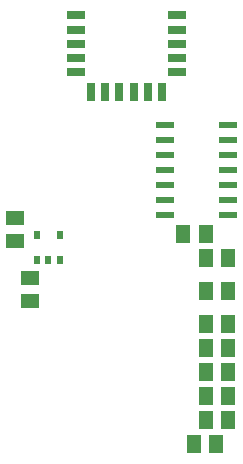
<source format=gbr>
G04 EAGLE Gerber RS-274X export*
G75*
%MOMM*%
%FSLAX34Y34*%
%LPD*%
%INSolderpaste Bottom*%
%IPPOS*%
%AMOC8*
5,1,8,0,0,1.08239X$1,22.5*%
G01*
%ADD10R,1.500000X0.700000*%
%ADD11R,0.700000X1.500000*%
%ADD12R,1.300000X1.500000*%
%ADD13R,1.500000X1.300000*%
%ADD14R,1.500000X0.600000*%
%ADD15R,0.500000X0.800000*%


D10*
X162600Y536900D03*
X162600Y524900D03*
X162600Y512900D03*
X162600Y500900D03*
X162600Y488900D03*
D11*
X150100Y472400D03*
X138100Y472400D03*
X126100Y472400D03*
X114100Y472400D03*
X102100Y472400D03*
X90100Y472400D03*
D10*
X77600Y488900D03*
X77600Y500900D03*
X77600Y512900D03*
X77600Y524900D03*
X77600Y536900D03*
D12*
X206350Y331470D03*
X187350Y331470D03*
D13*
X25400Y346100D03*
X25400Y365100D03*
X38100Y295300D03*
X38100Y314300D03*
D12*
X206350Y303530D03*
X187350Y303530D03*
X187350Y275590D03*
X206350Y275590D03*
X206350Y255270D03*
X187350Y255270D03*
X206350Y234950D03*
X187350Y234950D03*
X206350Y214630D03*
X187350Y214630D03*
X206350Y194310D03*
X187350Y194310D03*
X196190Y173990D03*
X177190Y173990D03*
X168300Y351790D03*
X187300Y351790D03*
D14*
X152400Y368300D03*
X152400Y381000D03*
X152400Y393700D03*
X152400Y406400D03*
X152400Y419100D03*
X152400Y431800D03*
X152400Y444500D03*
X206400Y444500D03*
X206400Y431800D03*
X206400Y419100D03*
X206400Y406400D03*
X206400Y393700D03*
X206400Y381000D03*
X206400Y368300D03*
D15*
X63500Y330200D03*
X54000Y330200D03*
X44500Y330200D03*
X63500Y351200D03*
X44500Y351200D03*
M02*

</source>
